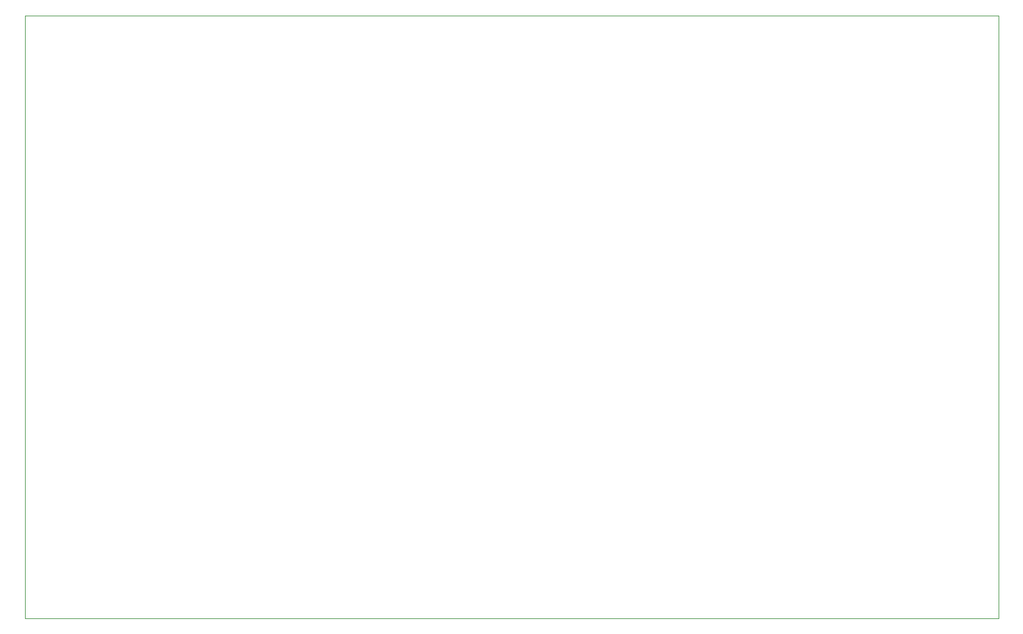
<source format=gbr>
%TF.GenerationSoftware,KiCad,Pcbnew,(6.0.7)*%
%TF.CreationDate,2023-02-10T17:21:08-05:00*%
%TF.ProjectId,Phoenix612_MultiStage_PA_Testing_v3,50686f65-6e69-4783-9631-325f4d756c74,rev?*%
%TF.SameCoordinates,Original*%
%TF.FileFunction,Profile,NP*%
%FSLAX46Y46*%
G04 Gerber Fmt 4.6, Leading zero omitted, Abs format (unit mm)*
G04 Created by KiCad (PCBNEW (6.0.7)) date 2023-02-10 17:21:08*
%MOMM*%
%LPD*%
G01*
G04 APERTURE LIST*
%TA.AperFunction,Profile*%
%ADD10C,0.100000*%
%TD*%
G04 APERTURE END LIST*
D10*
X155575000Y-97335849D02*
X23812500Y-97335849D01*
X23812500Y-97335849D02*
X23812500Y-15738349D01*
X23812500Y-15738349D02*
X155575000Y-15738349D01*
X155575000Y-15738349D02*
X155575000Y-97335849D01*
M02*

</source>
